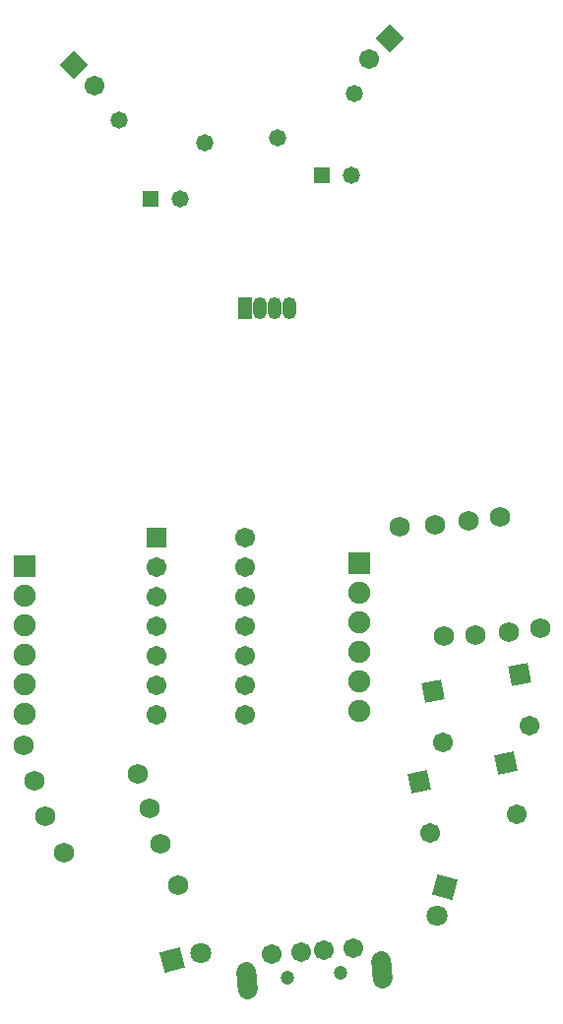
<source format=gbr>
G04 DipTrace 3.0.0.2*
G04 TopMask.gbr*
%MOMM*%
G04 #@! TF.FileFunction,Soldermask,Top*
G04 #@! TF.Part,Single*
%AMOUTLINE1*5,1,4,0,0,2.55013,30.00054*%
%AMOUTLINE4*5,1,4,0,0,2.55013,-30.00054*%
%AMOUTLINE7*5,1,4,0,0,2.4087,-90.0*%
%AMOUTLINE10*5,1,4,0,0,2.4087,-180.0*%
%AMOUTLINE13*5,1,4,0,0,2.40866,-124.13655*%
%AMOUTLINE16*5,1,4,0,0,2.40871,-123.01836*%
%AMOUTLINE19*
4,1,16,
-0.78605,-0.82894,
-0.67479,-1.18015,
-0.41412,-1.45688,
-0.05918,-1.59306,
0.31967,-1.56178,
0.64746,-1.36922,
0.85923,-1.0535,
0.91136,-0.68878,
0.78605,0.82894,
0.67479,1.18015,
0.41412,1.45688,
0.05918,1.59306,
-0.31967,1.56178,
-0.64746,1.36922,
-0.85923,1.0535,
-0.91136,0.68878,
-0.78605,-0.82894,
0*%
%ADD36C,1.2*%
%ADD53R,1.7032X1.7032*%
%ADD55C,1.7032*%
%ADD59C,1.7272*%
%ADD61C,1.7272*%
%ADD63C,1.4732*%
%ADD65C,1.9032*%
%ADD67R,1.9032X1.9032*%
%ADD69C,1.7032*%
%ADD71R,1.2532X1.9032*%
%ADD73O,1.2532X1.9032*%
%ADD75R,1.4732X1.4732*%
%ADD77C,1.4732*%
%ADD79C,1.8032*%
%ADD89OUTLINE1*%
%ADD92OUTLINE4*%
%ADD95OUTLINE7*%
%ADD98OUTLINE10*%
%ADD101OUTLINE13*%
%ADD104OUTLINE16*%
%ADD107OUTLINE19*%
%FSLAX35Y35*%
G04*
G71*
G90*
G75*
G01*
G04 TopMask*
%LPD*%
D79*
X4876307Y1868713D3*
D89*
X4942047Y2114060D3*
D79*
X2844520Y1551247D3*
D92*
X2599173Y1485507D3*
D77*
X2665323Y8031483D3*
D75*
X2411323D3*
D77*
X4139237Y8235800D3*
D75*
X3885237D3*
D73*
X3609400Y7090623D3*
X3355400D3*
D71*
X3228400D3*
D73*
X3482400D3*
D95*
X1753827Y9183070D3*
D69*
X1933433Y9003463D3*
D98*
X4471873Y9412100D3*
D69*
X4292267Y9232493D3*
D67*
X4208653Y4898273D3*
D65*
Y4644273D3*
Y4390273D3*
Y4136273D3*
Y3882273D3*
Y3628273D3*
D67*
X1332883Y4873297D3*
D65*
Y4619297D3*
Y4365297D3*
Y4111297D3*
Y3857297D3*
Y3603297D3*
D77*
X2879717Y8515007D3*
D63*
X2143683Y8712227D3*
D77*
X3502743Y8557823D3*
D63*
X4162657Y8938823D3*
D61*
X2400067Y2789367D3*
D59*
X1413620Y3032640D3*
D61*
X4558840Y5217987D3*
D59*
X4939587Y4276027D3*
D61*
X1669893Y2408407D3*
D59*
X2648580Y2135587D3*
D61*
X2495307Y2487773D3*
D59*
X1507793Y2726667D3*
D61*
X2304827Y3090960D3*
D59*
X1319180Y3337460D3*
D61*
X5416000Y5297353D3*
D59*
X5763493Y4342627D3*
D61*
X5146153Y5265607D3*
D59*
X5493647Y4310880D3*
D61*
X4860433Y5233860D3*
D59*
X5207927Y4279133D3*
D101*
X4839054Y3801021D3*
D55*
X4923867Y3359084D3*
X5672211Y3502704D3*
D101*
X5587397Y3944638D3*
D104*
X4720967Y3025065D3*
D55*
X4814383Y2584872D3*
X5559783Y2743062D3*
D104*
X5466363Y3183258D3*
D53*
X2463560Y5122747D3*
D69*
Y4868747D3*
Y4614747D3*
Y4360747D3*
Y4106747D3*
Y3852747D3*
Y3598747D3*
X3225560D3*
Y3852747D3*
Y4106747D3*
Y4360747D3*
Y4614747D3*
Y4868747D3*
Y5122747D3*
X3704757Y1556334D3*
X3904080Y1572794D3*
X4153230Y1593364D3*
X3455607Y1535764D3*
D107*
X3238683Y1307138D3*
X4404713Y1403414D3*
D36*
X4050920Y1374204D3*
X3592480Y1336351D3*
M02*

</source>
